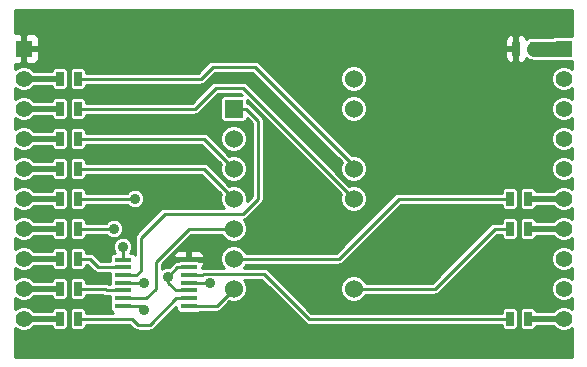
<source format=gtl>
G04 (created by PCBNEW-RS274X (2012-01-19 BZR 3256)-stable) date 1/26/2013 3:19:43 PM*
G01*
G70*
G90*
%MOIN*%
G04 Gerber Fmt 3.4, Leading zero omitted, Abs format*
%FSLAX34Y34*%
G04 APERTURE LIST*
%ADD10C,0.006000*%
%ADD11R,0.055000X0.017000*%
%ADD12R,0.025000X0.045000*%
%ADD13R,0.055000X0.055000*%
%ADD14C,0.055000*%
%ADD15R,0.060000X0.060000*%
%ADD16C,0.060000*%
%ADD17C,0.035000*%
%ADD18C,0.020000*%
%ADD19C,0.010000*%
%ADD20C,0.050000*%
G04 APERTURE END LIST*
G54D10*
G54D11*
X43300Y-52540D03*
X43300Y-52790D03*
X43300Y-53050D03*
X43300Y-53300D03*
X43300Y-53560D03*
X43300Y-53815D03*
X43300Y-54070D03*
X45500Y-54070D03*
X45500Y-53815D03*
X45500Y-53560D03*
X45500Y-53300D03*
X45500Y-53045D03*
X45500Y-52790D03*
X45500Y-52535D03*
G54D12*
X56200Y-50500D03*
X56800Y-50500D03*
X56200Y-51500D03*
X56800Y-51500D03*
X41800Y-51500D03*
X41200Y-51500D03*
X41800Y-50500D03*
X41200Y-50500D03*
X41800Y-49500D03*
X41200Y-49500D03*
X41800Y-48500D03*
X41200Y-48500D03*
X41800Y-47500D03*
X41200Y-47500D03*
X41800Y-46500D03*
X41200Y-46500D03*
X56800Y-54500D03*
X56200Y-54500D03*
X41800Y-54500D03*
X41200Y-54500D03*
X41800Y-53500D03*
X41200Y-53500D03*
X41800Y-52500D03*
X41200Y-52500D03*
X56400Y-45500D03*
X57000Y-45500D03*
G54D13*
X58000Y-45500D03*
G54D14*
X58000Y-46500D03*
X58000Y-47500D03*
X58000Y-48500D03*
X58000Y-49500D03*
X58000Y-50500D03*
X58000Y-51500D03*
X58000Y-52500D03*
X58000Y-53500D03*
X58000Y-54500D03*
G54D13*
X40000Y-45500D03*
G54D14*
X40000Y-46500D03*
X40000Y-47500D03*
X40000Y-48500D03*
X40000Y-49500D03*
X40000Y-50500D03*
X40000Y-51500D03*
X40000Y-52500D03*
X40000Y-53500D03*
X40000Y-54500D03*
G54D15*
X47000Y-47500D03*
G54D16*
X47000Y-48500D03*
X47000Y-50500D03*
X47000Y-52500D03*
X47000Y-53500D03*
X51000Y-53500D03*
X51000Y-49500D03*
X51000Y-47500D03*
X47000Y-49500D03*
X47000Y-51500D03*
X51000Y-46500D03*
X51000Y-50500D03*
G54D17*
X44000Y-53300D03*
X43300Y-52100D03*
X44000Y-54200D03*
X44800Y-53100D03*
X43700Y-50500D03*
X46200Y-53300D03*
X43000Y-51500D03*
G54D18*
X40000Y-46500D02*
X41200Y-46500D01*
X40000Y-47500D02*
X41200Y-47500D01*
X40000Y-48500D02*
X41200Y-48500D01*
X40000Y-49500D02*
X41200Y-49500D01*
X56800Y-50500D02*
X58000Y-50500D01*
X40000Y-50500D02*
X41200Y-50500D01*
X40000Y-51500D02*
X41200Y-51500D01*
X58000Y-51500D02*
X56800Y-51500D01*
G54D19*
X45500Y-53560D02*
X45060Y-53560D01*
X43300Y-54070D02*
X43870Y-54070D01*
X43300Y-52540D02*
X43300Y-52100D01*
G54D20*
X58000Y-45500D02*
X57000Y-45500D01*
G54D19*
X43300Y-53300D02*
X44000Y-53300D01*
X43870Y-54070D02*
X44000Y-54200D01*
X45110Y-52790D02*
X44800Y-53100D01*
X45110Y-52790D02*
X45500Y-52790D01*
X44800Y-53300D02*
X44800Y-53100D01*
X45060Y-53560D02*
X44800Y-53300D01*
X42200Y-52500D02*
X41800Y-52500D01*
X42490Y-52790D02*
X42200Y-52500D01*
X43300Y-52790D02*
X42490Y-52790D01*
X42760Y-53560D02*
X43300Y-53560D01*
X41800Y-53500D02*
X42700Y-53500D01*
X42700Y-53500D02*
X42760Y-53560D01*
X41800Y-54500D02*
X43600Y-54500D01*
X45500Y-53815D02*
X45085Y-53815D01*
X43600Y-54500D02*
X43800Y-54700D01*
X43800Y-54700D02*
X44200Y-54700D01*
X44200Y-54700D02*
X45085Y-53815D01*
G54D18*
X56800Y-54500D02*
X58000Y-54500D01*
G54D19*
X51000Y-49400D02*
X50600Y-49000D01*
X47700Y-46100D02*
X50600Y-49000D01*
X45900Y-46500D02*
X41800Y-46500D01*
X45900Y-46500D02*
X46300Y-46100D01*
X51000Y-49500D02*
X51000Y-49400D01*
X46300Y-46100D02*
X47700Y-46100D01*
X41800Y-48500D02*
X46000Y-48500D01*
X47000Y-49500D02*
X46000Y-48500D01*
X43700Y-50500D02*
X41800Y-50500D01*
X51000Y-53500D02*
X53700Y-53500D01*
X55700Y-51500D02*
X56200Y-51500D01*
X53700Y-53500D02*
X55700Y-51500D01*
X45500Y-53300D02*
X46200Y-53300D01*
X45955Y-53045D02*
X45500Y-53045D01*
X48000Y-53000D02*
X48300Y-53300D01*
X46000Y-53000D02*
X48000Y-53000D01*
X45955Y-53045D02*
X46000Y-53000D01*
X48300Y-53300D02*
X49500Y-54500D01*
X56200Y-54500D02*
X49500Y-54500D01*
X46030Y-54070D02*
X45500Y-54070D01*
X46430Y-54070D02*
X46030Y-54070D01*
X47000Y-53500D02*
X46430Y-54070D01*
X44400Y-53500D02*
X44085Y-53815D01*
X44400Y-52600D02*
X44400Y-53500D01*
X47000Y-51500D02*
X45500Y-51500D01*
X44085Y-53815D02*
X43300Y-53815D01*
X44600Y-52400D02*
X44400Y-52600D01*
X45500Y-51500D02*
X44600Y-52400D01*
X47400Y-47500D02*
X47800Y-47900D01*
X43300Y-53050D02*
X43750Y-53050D01*
X43900Y-52900D02*
X43750Y-53050D01*
X44700Y-51000D02*
X47300Y-51000D01*
X47300Y-51000D02*
X47800Y-50500D01*
X47800Y-50500D02*
X47800Y-50100D01*
X47000Y-47500D02*
X47400Y-47500D01*
X44700Y-51000D02*
X43900Y-51800D01*
X47800Y-47900D02*
X47800Y-50100D01*
X43900Y-51800D02*
X43900Y-52900D01*
X43000Y-51500D02*
X41800Y-51500D01*
X41800Y-49500D02*
X46000Y-49500D01*
X47000Y-50500D02*
X46000Y-49500D01*
X46400Y-46800D02*
X47300Y-46800D01*
X45700Y-47500D02*
X46400Y-46800D01*
X41800Y-47500D02*
X45700Y-47500D01*
X47300Y-46800D02*
X51000Y-50500D01*
G54D18*
X40000Y-52500D02*
X41200Y-52500D01*
X40000Y-53500D02*
X41200Y-53500D01*
X40000Y-54500D02*
X41200Y-54500D01*
G54D19*
X56200Y-50500D02*
X52500Y-50500D01*
X52500Y-50500D02*
X50500Y-52500D01*
X50500Y-52500D02*
X47000Y-52500D01*
G54D10*
G36*
X58275Y-55775D02*
X56474Y-55775D01*
X56474Y-54754D01*
X56474Y-54695D01*
X56474Y-54245D01*
X56474Y-51754D01*
X56474Y-51695D01*
X56474Y-51245D01*
X56451Y-51190D01*
X56409Y-51148D01*
X56354Y-51126D01*
X56295Y-51126D01*
X56045Y-51126D01*
X55990Y-51149D01*
X55948Y-51191D01*
X55926Y-51246D01*
X55926Y-51300D01*
X55700Y-51300D01*
X55623Y-51315D01*
X55558Y-51359D01*
X53617Y-53300D01*
X51403Y-53300D01*
X51381Y-53246D01*
X51255Y-53120D01*
X51090Y-53051D01*
X50911Y-53051D01*
X50746Y-53119D01*
X50620Y-53245D01*
X50551Y-53410D01*
X50551Y-53589D01*
X50619Y-53754D01*
X50745Y-53880D01*
X50910Y-53949D01*
X51089Y-53949D01*
X51254Y-53881D01*
X51380Y-53755D01*
X51403Y-53700D01*
X53700Y-53700D01*
X53700Y-53699D01*
X53776Y-53685D01*
X53777Y-53685D01*
X53841Y-53641D01*
X55782Y-51700D01*
X55926Y-51700D01*
X55926Y-51755D01*
X55949Y-51810D01*
X55991Y-51852D01*
X56046Y-51874D01*
X56105Y-51874D01*
X56355Y-51874D01*
X56410Y-51851D01*
X56452Y-51809D01*
X56474Y-51754D01*
X56474Y-54245D01*
X56451Y-54190D01*
X56409Y-54148D01*
X56354Y-54126D01*
X56295Y-54126D01*
X56045Y-54126D01*
X55990Y-54149D01*
X55948Y-54191D01*
X55926Y-54246D01*
X55926Y-54300D01*
X49582Y-54300D01*
X48443Y-53161D01*
X48441Y-53159D01*
X48441Y-53158D01*
X48141Y-52859D01*
X48077Y-52815D01*
X48000Y-52800D01*
X47335Y-52800D01*
X47380Y-52755D01*
X47403Y-52700D01*
X50500Y-52700D01*
X50500Y-52699D01*
X50576Y-52685D01*
X50577Y-52685D01*
X50641Y-52641D01*
X52582Y-50700D01*
X55926Y-50700D01*
X55926Y-50755D01*
X55949Y-50810D01*
X55991Y-50852D01*
X56046Y-50874D01*
X56105Y-50874D01*
X56355Y-50874D01*
X56410Y-50851D01*
X56452Y-50809D01*
X56474Y-50754D01*
X56474Y-50695D01*
X56474Y-50245D01*
X56451Y-50190D01*
X56409Y-50148D01*
X56354Y-50126D01*
X56350Y-50126D01*
X56350Y-45913D01*
X56350Y-45550D01*
X56350Y-45450D01*
X56350Y-45087D01*
X56288Y-45025D01*
X56226Y-45026D01*
X56134Y-45064D01*
X56064Y-45134D01*
X56026Y-45225D01*
X56026Y-45324D01*
X56025Y-45388D01*
X56087Y-45450D01*
X56350Y-45450D01*
X56350Y-45550D01*
X56087Y-45550D01*
X56025Y-45612D01*
X56026Y-45676D01*
X56026Y-45775D01*
X56064Y-45866D01*
X56134Y-45936D01*
X56226Y-45974D01*
X56288Y-45975D01*
X56350Y-45913D01*
X56350Y-50126D01*
X56295Y-50126D01*
X56045Y-50126D01*
X55990Y-50149D01*
X55948Y-50191D01*
X55926Y-50246D01*
X55926Y-50300D01*
X52500Y-50300D01*
X52423Y-50315D01*
X52358Y-50359D01*
X50417Y-52300D01*
X47403Y-52300D01*
X47381Y-52246D01*
X47255Y-52120D01*
X47090Y-52051D01*
X46911Y-52051D01*
X46746Y-52119D01*
X46620Y-52245D01*
X46551Y-52410D01*
X46551Y-52589D01*
X46619Y-52754D01*
X46665Y-52800D01*
X46000Y-52800D01*
X45934Y-52812D01*
X45986Y-52761D01*
X46024Y-52669D01*
X46025Y-52639D01*
X46025Y-52431D01*
X46024Y-52401D01*
X45986Y-52309D01*
X45916Y-52239D01*
X45825Y-52201D01*
X45726Y-52201D01*
X45612Y-52200D01*
X45550Y-52262D01*
X45550Y-52493D01*
X45963Y-52493D01*
X46025Y-52431D01*
X46025Y-52639D01*
X45963Y-52577D01*
X45856Y-52577D01*
X45804Y-52556D01*
X45745Y-52556D01*
X45450Y-52556D01*
X45450Y-52493D01*
X45450Y-52262D01*
X45388Y-52200D01*
X45274Y-52201D01*
X45175Y-52201D01*
X45084Y-52239D01*
X45014Y-52309D01*
X44976Y-52401D01*
X44975Y-52431D01*
X45037Y-52493D01*
X45450Y-52493D01*
X45450Y-52556D01*
X45195Y-52556D01*
X45144Y-52577D01*
X45037Y-52577D01*
X44975Y-52639D01*
X44975Y-52644D01*
X44968Y-52649D01*
X44842Y-52775D01*
X44736Y-52775D01*
X44616Y-52824D01*
X44600Y-52840D01*
X44600Y-52682D01*
X44741Y-52542D01*
X44741Y-52541D01*
X44743Y-52538D01*
X45582Y-51700D01*
X46596Y-51700D01*
X46619Y-51754D01*
X46745Y-51880D01*
X46910Y-51949D01*
X47089Y-51949D01*
X47254Y-51881D01*
X47380Y-51755D01*
X47449Y-51590D01*
X47449Y-51411D01*
X47381Y-51246D01*
X47329Y-51194D01*
X47376Y-51185D01*
X47377Y-51185D01*
X47441Y-51141D01*
X47941Y-50641D01*
X47985Y-50577D01*
X47985Y-50576D01*
X47999Y-50500D01*
X48000Y-50500D01*
X48000Y-50100D01*
X48000Y-47900D01*
X47985Y-47823D01*
X47941Y-47759D01*
X47941Y-47758D01*
X47541Y-47359D01*
X47477Y-47315D01*
X47449Y-47309D01*
X47449Y-47231D01*
X50573Y-50356D01*
X50551Y-50410D01*
X50551Y-50589D01*
X50619Y-50754D01*
X50745Y-50880D01*
X50910Y-50949D01*
X51089Y-50949D01*
X51254Y-50881D01*
X51380Y-50755D01*
X51449Y-50590D01*
X51449Y-50411D01*
X51449Y-49590D01*
X51449Y-49411D01*
X51449Y-47590D01*
X51449Y-47411D01*
X51449Y-46590D01*
X51449Y-46411D01*
X51381Y-46246D01*
X51255Y-46120D01*
X51090Y-46051D01*
X50911Y-46051D01*
X50746Y-46119D01*
X50620Y-46245D01*
X50551Y-46410D01*
X50551Y-46589D01*
X50619Y-46754D01*
X50745Y-46880D01*
X50910Y-46949D01*
X51089Y-46949D01*
X51254Y-46881D01*
X51380Y-46755D01*
X51449Y-46590D01*
X51449Y-47411D01*
X51381Y-47246D01*
X51255Y-47120D01*
X51090Y-47051D01*
X50911Y-47051D01*
X50746Y-47119D01*
X50620Y-47245D01*
X50551Y-47410D01*
X50551Y-47589D01*
X50619Y-47754D01*
X50745Y-47880D01*
X50910Y-47949D01*
X51089Y-47949D01*
X51254Y-47881D01*
X51380Y-47755D01*
X51449Y-47590D01*
X51449Y-49411D01*
X51381Y-49246D01*
X51255Y-49120D01*
X51090Y-49051D01*
X50933Y-49051D01*
X50743Y-48861D01*
X50741Y-48859D01*
X50741Y-48858D01*
X47841Y-45959D01*
X47777Y-45915D01*
X47700Y-45900D01*
X46300Y-45900D01*
X46223Y-45915D01*
X46158Y-45959D01*
X45817Y-46300D01*
X42074Y-46300D01*
X42074Y-46245D01*
X42051Y-46190D01*
X42009Y-46148D01*
X41954Y-46126D01*
X41895Y-46126D01*
X41645Y-46126D01*
X41590Y-46149D01*
X41548Y-46191D01*
X41526Y-46246D01*
X41526Y-46305D01*
X41526Y-46755D01*
X41549Y-46810D01*
X41591Y-46852D01*
X41646Y-46874D01*
X41705Y-46874D01*
X41955Y-46874D01*
X42010Y-46851D01*
X42052Y-46809D01*
X42074Y-46754D01*
X42074Y-46700D01*
X45900Y-46700D01*
X45900Y-46699D01*
X45976Y-46685D01*
X45977Y-46685D01*
X46041Y-46641D01*
X46382Y-46300D01*
X47617Y-46300D01*
X50458Y-49141D01*
X50459Y-49141D01*
X50461Y-49143D01*
X50603Y-49285D01*
X50551Y-49410D01*
X50551Y-49589D01*
X50619Y-49754D01*
X50745Y-49880D01*
X50910Y-49949D01*
X51089Y-49949D01*
X51254Y-49881D01*
X51380Y-49755D01*
X51449Y-49590D01*
X51449Y-50411D01*
X51381Y-50246D01*
X51255Y-50120D01*
X51090Y-50051D01*
X50911Y-50051D01*
X50856Y-50073D01*
X47441Y-46659D01*
X47377Y-46615D01*
X47300Y-46600D01*
X46400Y-46600D01*
X46323Y-46615D01*
X46258Y-46659D01*
X45617Y-47300D01*
X42074Y-47300D01*
X42074Y-47245D01*
X42051Y-47190D01*
X42009Y-47148D01*
X41954Y-47126D01*
X41895Y-47126D01*
X41645Y-47126D01*
X41590Y-47149D01*
X41548Y-47191D01*
X41526Y-47246D01*
X41526Y-47305D01*
X41526Y-47755D01*
X41549Y-47810D01*
X41591Y-47852D01*
X41646Y-47874D01*
X41705Y-47874D01*
X41955Y-47874D01*
X42010Y-47851D01*
X42052Y-47809D01*
X42074Y-47754D01*
X42074Y-47700D01*
X45700Y-47700D01*
X45700Y-47699D01*
X45776Y-47685D01*
X45777Y-47685D01*
X45841Y-47641D01*
X46482Y-47000D01*
X47217Y-47000D01*
X47268Y-47051D01*
X46670Y-47051D01*
X46615Y-47074D01*
X46573Y-47116D01*
X46551Y-47171D01*
X46551Y-47230D01*
X46551Y-47830D01*
X46574Y-47885D01*
X46616Y-47927D01*
X46671Y-47949D01*
X46730Y-47949D01*
X47330Y-47949D01*
X47385Y-47926D01*
X47427Y-47884D01*
X47448Y-47830D01*
X47600Y-47982D01*
X47600Y-50100D01*
X47600Y-50418D01*
X47449Y-50569D01*
X47449Y-50411D01*
X47449Y-49590D01*
X47449Y-49411D01*
X47449Y-48590D01*
X47449Y-48411D01*
X47381Y-48246D01*
X47255Y-48120D01*
X47090Y-48051D01*
X46911Y-48051D01*
X46746Y-48119D01*
X46620Y-48245D01*
X46551Y-48410D01*
X46551Y-48589D01*
X46619Y-48754D01*
X46745Y-48880D01*
X46910Y-48949D01*
X47089Y-48949D01*
X47254Y-48881D01*
X47380Y-48755D01*
X47449Y-48590D01*
X47449Y-49411D01*
X47381Y-49246D01*
X47255Y-49120D01*
X47090Y-49051D01*
X46911Y-49051D01*
X46856Y-49073D01*
X46141Y-48359D01*
X46077Y-48315D01*
X46000Y-48300D01*
X42074Y-48300D01*
X42074Y-48245D01*
X42051Y-48190D01*
X42009Y-48148D01*
X41954Y-48126D01*
X41895Y-48126D01*
X41645Y-48126D01*
X41590Y-48149D01*
X41548Y-48191D01*
X41526Y-48246D01*
X41526Y-48305D01*
X41526Y-48755D01*
X41549Y-48810D01*
X41591Y-48852D01*
X41646Y-48874D01*
X41705Y-48874D01*
X41955Y-48874D01*
X42010Y-48851D01*
X42052Y-48809D01*
X42074Y-48754D01*
X42074Y-48700D01*
X45917Y-48700D01*
X46573Y-49356D01*
X46551Y-49410D01*
X46551Y-49589D01*
X46619Y-49754D01*
X46745Y-49880D01*
X46910Y-49949D01*
X47089Y-49949D01*
X47254Y-49881D01*
X47380Y-49755D01*
X47449Y-49590D01*
X47449Y-50411D01*
X47381Y-50246D01*
X47255Y-50120D01*
X47090Y-50051D01*
X46911Y-50051D01*
X46856Y-50073D01*
X46141Y-49359D01*
X46077Y-49315D01*
X46000Y-49300D01*
X42074Y-49300D01*
X42074Y-49245D01*
X42051Y-49190D01*
X42009Y-49148D01*
X41954Y-49126D01*
X41895Y-49126D01*
X41645Y-49126D01*
X41590Y-49149D01*
X41548Y-49191D01*
X41526Y-49246D01*
X41526Y-49305D01*
X41526Y-49755D01*
X41549Y-49810D01*
X41591Y-49852D01*
X41646Y-49874D01*
X41705Y-49874D01*
X41955Y-49874D01*
X42010Y-49851D01*
X42052Y-49809D01*
X42074Y-49754D01*
X42074Y-49700D01*
X45917Y-49700D01*
X46573Y-50356D01*
X46551Y-50410D01*
X46551Y-50589D01*
X46619Y-50754D01*
X46665Y-50800D01*
X44700Y-50800D01*
X44623Y-50815D01*
X44558Y-50859D01*
X44025Y-51392D01*
X44025Y-50565D01*
X44025Y-50436D01*
X43976Y-50316D01*
X43885Y-50225D01*
X43765Y-50175D01*
X43636Y-50175D01*
X43516Y-50224D01*
X43440Y-50300D01*
X42074Y-50300D01*
X42074Y-50245D01*
X42051Y-50190D01*
X42009Y-50148D01*
X41954Y-50126D01*
X41895Y-50126D01*
X41645Y-50126D01*
X41590Y-50149D01*
X41548Y-50191D01*
X41526Y-50246D01*
X41526Y-50305D01*
X41526Y-50755D01*
X41549Y-50810D01*
X41591Y-50852D01*
X41646Y-50874D01*
X41705Y-50874D01*
X41955Y-50874D01*
X42010Y-50851D01*
X42052Y-50809D01*
X42074Y-50754D01*
X42074Y-50700D01*
X43440Y-50700D01*
X43515Y-50775D01*
X43635Y-50825D01*
X43764Y-50825D01*
X43884Y-50776D01*
X43975Y-50685D01*
X44025Y-50565D01*
X44025Y-51392D01*
X43759Y-51659D01*
X43715Y-51723D01*
X43700Y-51800D01*
X43700Y-52369D01*
X43659Y-52328D01*
X43604Y-52306D01*
X43554Y-52306D01*
X43575Y-52285D01*
X43625Y-52165D01*
X43625Y-52036D01*
X43576Y-51916D01*
X43485Y-51825D01*
X43365Y-51775D01*
X43325Y-51775D01*
X43325Y-51565D01*
X43325Y-51436D01*
X43276Y-51316D01*
X43185Y-51225D01*
X43065Y-51175D01*
X42936Y-51175D01*
X42816Y-51224D01*
X42740Y-51300D01*
X42074Y-51300D01*
X42074Y-51245D01*
X42051Y-51190D01*
X42009Y-51148D01*
X41954Y-51126D01*
X41895Y-51126D01*
X41645Y-51126D01*
X41590Y-51149D01*
X41548Y-51191D01*
X41526Y-51246D01*
X41526Y-51305D01*
X41526Y-51755D01*
X41549Y-51810D01*
X41591Y-51852D01*
X41646Y-51874D01*
X41705Y-51874D01*
X41955Y-51874D01*
X42010Y-51851D01*
X42052Y-51809D01*
X42074Y-51754D01*
X42074Y-51700D01*
X42740Y-51700D01*
X42815Y-51775D01*
X42935Y-51825D01*
X43064Y-51825D01*
X43184Y-51776D01*
X43275Y-51685D01*
X43325Y-51565D01*
X43325Y-51775D01*
X43236Y-51775D01*
X43116Y-51824D01*
X43025Y-51915D01*
X42975Y-52035D01*
X42975Y-52164D01*
X43024Y-52284D01*
X43046Y-52306D01*
X42995Y-52306D01*
X42940Y-52329D01*
X42898Y-52371D01*
X42876Y-52426D01*
X42876Y-52485D01*
X42876Y-52590D01*
X42572Y-52590D01*
X42341Y-52359D01*
X42277Y-52315D01*
X42200Y-52300D01*
X42074Y-52300D01*
X42074Y-52245D01*
X42051Y-52190D01*
X42009Y-52148D01*
X41954Y-52126D01*
X41895Y-52126D01*
X41645Y-52126D01*
X41590Y-52149D01*
X41548Y-52191D01*
X41526Y-52246D01*
X41526Y-52305D01*
X41526Y-52755D01*
X41549Y-52810D01*
X41591Y-52852D01*
X41646Y-52874D01*
X41705Y-52874D01*
X41955Y-52874D01*
X42010Y-52851D01*
X42052Y-52809D01*
X42074Y-52754D01*
X42074Y-52700D01*
X42117Y-52700D01*
X42348Y-52931D01*
X42349Y-52931D01*
X42381Y-52953D01*
X42413Y-52975D01*
X42414Y-52975D01*
X42490Y-52990D01*
X42876Y-52990D01*
X42876Y-52995D01*
X42876Y-53165D01*
X42880Y-53175D01*
X42876Y-53186D01*
X42876Y-53245D01*
X42876Y-53360D01*
X42842Y-53360D01*
X42841Y-53359D01*
X42777Y-53315D01*
X42700Y-53300D01*
X42074Y-53300D01*
X42074Y-53245D01*
X42051Y-53190D01*
X42009Y-53148D01*
X41954Y-53126D01*
X41895Y-53126D01*
X41645Y-53126D01*
X41590Y-53149D01*
X41548Y-53191D01*
X41526Y-53246D01*
X41526Y-53305D01*
X41526Y-53755D01*
X41549Y-53810D01*
X41591Y-53852D01*
X41646Y-53874D01*
X41705Y-53874D01*
X41955Y-53874D01*
X42010Y-53851D01*
X42052Y-53809D01*
X42074Y-53754D01*
X42074Y-53700D01*
X42617Y-53700D01*
X42618Y-53701D01*
X42619Y-53701D01*
X42683Y-53745D01*
X42759Y-53759D01*
X42760Y-53760D01*
X42876Y-53760D01*
X42876Y-53930D01*
X42881Y-53942D01*
X42876Y-53956D01*
X42876Y-54015D01*
X42876Y-54185D01*
X42899Y-54240D01*
X42941Y-54282D01*
X42986Y-54300D01*
X42074Y-54300D01*
X42074Y-54245D01*
X42051Y-54190D01*
X42009Y-54148D01*
X41954Y-54126D01*
X41895Y-54126D01*
X41645Y-54126D01*
X41590Y-54149D01*
X41548Y-54191D01*
X41526Y-54246D01*
X41526Y-54305D01*
X41526Y-54755D01*
X41549Y-54810D01*
X41591Y-54852D01*
X41646Y-54874D01*
X41705Y-54874D01*
X41955Y-54874D01*
X42010Y-54851D01*
X42052Y-54809D01*
X42074Y-54754D01*
X42074Y-54700D01*
X43517Y-54700D01*
X43658Y-54841D01*
X43659Y-54841D01*
X43723Y-54885D01*
X43799Y-54899D01*
X43800Y-54900D01*
X44200Y-54900D01*
X44200Y-54899D01*
X44276Y-54885D01*
X44277Y-54885D01*
X44341Y-54841D01*
X45076Y-54106D01*
X45076Y-54185D01*
X45099Y-54240D01*
X45141Y-54282D01*
X45196Y-54304D01*
X45255Y-54304D01*
X45805Y-54304D01*
X45860Y-54281D01*
X45871Y-54270D01*
X46030Y-54270D01*
X46430Y-54270D01*
X46430Y-54269D01*
X46506Y-54255D01*
X46507Y-54255D01*
X46571Y-54211D01*
X46855Y-53926D01*
X46910Y-53949D01*
X47089Y-53949D01*
X47254Y-53881D01*
X47380Y-53755D01*
X47449Y-53590D01*
X47449Y-53411D01*
X47381Y-53246D01*
X47335Y-53200D01*
X47917Y-53200D01*
X48158Y-53441D01*
X48159Y-53441D01*
X48161Y-53443D01*
X49359Y-54641D01*
X49423Y-54685D01*
X49424Y-54685D01*
X49500Y-54700D01*
X55926Y-54700D01*
X55926Y-54755D01*
X55949Y-54810D01*
X55991Y-54852D01*
X56046Y-54874D01*
X56105Y-54874D01*
X56355Y-54874D01*
X56410Y-54851D01*
X56452Y-54809D01*
X56474Y-54754D01*
X56474Y-55775D01*
X39725Y-55775D01*
X39725Y-54826D01*
X39759Y-54860D01*
X39915Y-54925D01*
X40084Y-54925D01*
X40240Y-54861D01*
X40351Y-54750D01*
X40926Y-54750D01*
X40926Y-54755D01*
X40949Y-54810D01*
X40991Y-54852D01*
X41046Y-54874D01*
X41105Y-54874D01*
X41355Y-54874D01*
X41410Y-54851D01*
X41452Y-54809D01*
X41474Y-54754D01*
X41474Y-54695D01*
X41474Y-54245D01*
X41451Y-54190D01*
X41409Y-54148D01*
X41354Y-54126D01*
X41295Y-54126D01*
X41045Y-54126D01*
X40990Y-54149D01*
X40948Y-54191D01*
X40926Y-54246D01*
X40926Y-54250D01*
X40351Y-54250D01*
X40241Y-54140D01*
X40085Y-54075D01*
X39916Y-54075D01*
X39760Y-54139D01*
X39725Y-54174D01*
X39725Y-53826D01*
X39759Y-53860D01*
X39915Y-53925D01*
X40084Y-53925D01*
X40240Y-53861D01*
X40351Y-53750D01*
X40926Y-53750D01*
X40926Y-53755D01*
X40949Y-53810D01*
X40991Y-53852D01*
X41046Y-53874D01*
X41105Y-53874D01*
X41355Y-53874D01*
X41410Y-53851D01*
X41452Y-53809D01*
X41474Y-53754D01*
X41474Y-53695D01*
X41474Y-53245D01*
X41451Y-53190D01*
X41409Y-53148D01*
X41354Y-53126D01*
X41295Y-53126D01*
X41045Y-53126D01*
X40990Y-53149D01*
X40948Y-53191D01*
X40926Y-53246D01*
X40926Y-53250D01*
X40351Y-53250D01*
X40241Y-53140D01*
X40085Y-53075D01*
X39916Y-53075D01*
X39760Y-53139D01*
X39725Y-53174D01*
X39725Y-52826D01*
X39759Y-52860D01*
X39915Y-52925D01*
X40084Y-52925D01*
X40240Y-52861D01*
X40351Y-52750D01*
X40926Y-52750D01*
X40926Y-52755D01*
X40949Y-52810D01*
X40991Y-52852D01*
X41046Y-52874D01*
X41105Y-52874D01*
X41355Y-52874D01*
X41410Y-52851D01*
X41452Y-52809D01*
X41474Y-52754D01*
X41474Y-52695D01*
X41474Y-52245D01*
X41451Y-52190D01*
X41409Y-52148D01*
X41354Y-52126D01*
X41295Y-52126D01*
X41045Y-52126D01*
X40990Y-52149D01*
X40948Y-52191D01*
X40926Y-52246D01*
X40926Y-52250D01*
X40351Y-52250D01*
X40241Y-52140D01*
X40085Y-52075D01*
X39916Y-52075D01*
X39760Y-52139D01*
X39725Y-52174D01*
X39725Y-51826D01*
X39759Y-51860D01*
X39915Y-51925D01*
X40084Y-51925D01*
X40240Y-51861D01*
X40351Y-51750D01*
X40926Y-51750D01*
X40926Y-51755D01*
X40949Y-51810D01*
X40991Y-51852D01*
X41046Y-51874D01*
X41105Y-51874D01*
X41355Y-51874D01*
X41410Y-51851D01*
X41452Y-51809D01*
X41474Y-51754D01*
X41474Y-51695D01*
X41474Y-51245D01*
X41451Y-51190D01*
X41409Y-51148D01*
X41354Y-51126D01*
X41295Y-51126D01*
X41045Y-51126D01*
X40990Y-51149D01*
X40948Y-51191D01*
X40926Y-51246D01*
X40926Y-51250D01*
X40351Y-51250D01*
X40241Y-51140D01*
X40085Y-51075D01*
X39916Y-51075D01*
X39760Y-51139D01*
X39725Y-51174D01*
X39725Y-50826D01*
X39759Y-50860D01*
X39915Y-50925D01*
X40084Y-50925D01*
X40240Y-50861D01*
X40351Y-50750D01*
X40926Y-50750D01*
X40926Y-50755D01*
X40949Y-50810D01*
X40991Y-50852D01*
X41046Y-50874D01*
X41105Y-50874D01*
X41355Y-50874D01*
X41410Y-50851D01*
X41452Y-50809D01*
X41474Y-50754D01*
X41474Y-50695D01*
X41474Y-50245D01*
X41451Y-50190D01*
X41409Y-50148D01*
X41354Y-50126D01*
X41295Y-50126D01*
X41045Y-50126D01*
X40990Y-50149D01*
X40948Y-50191D01*
X40926Y-50246D01*
X40926Y-50250D01*
X40351Y-50250D01*
X40241Y-50140D01*
X40085Y-50075D01*
X39916Y-50075D01*
X39760Y-50139D01*
X39725Y-50174D01*
X39725Y-49826D01*
X39759Y-49860D01*
X39915Y-49925D01*
X40084Y-49925D01*
X40240Y-49861D01*
X40351Y-49750D01*
X40926Y-49750D01*
X40926Y-49755D01*
X40949Y-49810D01*
X40991Y-49852D01*
X41046Y-49874D01*
X41105Y-49874D01*
X41355Y-49874D01*
X41410Y-49851D01*
X41452Y-49809D01*
X41474Y-49754D01*
X41474Y-49695D01*
X41474Y-49245D01*
X41451Y-49190D01*
X41409Y-49148D01*
X41354Y-49126D01*
X41295Y-49126D01*
X41045Y-49126D01*
X40990Y-49149D01*
X40948Y-49191D01*
X40926Y-49246D01*
X40926Y-49250D01*
X40351Y-49250D01*
X40241Y-49140D01*
X40085Y-49075D01*
X39916Y-49075D01*
X39760Y-49139D01*
X39725Y-49174D01*
X39725Y-48826D01*
X39759Y-48860D01*
X39915Y-48925D01*
X40084Y-48925D01*
X40240Y-48861D01*
X40351Y-48750D01*
X40926Y-48750D01*
X40926Y-48755D01*
X40949Y-48810D01*
X40991Y-48852D01*
X41046Y-48874D01*
X41105Y-48874D01*
X41355Y-48874D01*
X41410Y-48851D01*
X41452Y-48809D01*
X41474Y-48754D01*
X41474Y-48695D01*
X41474Y-48245D01*
X41451Y-48190D01*
X41409Y-48148D01*
X41354Y-48126D01*
X41295Y-48126D01*
X41045Y-48126D01*
X40990Y-48149D01*
X40948Y-48191D01*
X40926Y-48246D01*
X40926Y-48250D01*
X40351Y-48250D01*
X40241Y-48140D01*
X40085Y-48075D01*
X39916Y-48075D01*
X39760Y-48139D01*
X39725Y-48174D01*
X39725Y-47826D01*
X39759Y-47860D01*
X39915Y-47925D01*
X40084Y-47925D01*
X40240Y-47861D01*
X40351Y-47750D01*
X40926Y-47750D01*
X40926Y-47755D01*
X40949Y-47810D01*
X40991Y-47852D01*
X41046Y-47874D01*
X41105Y-47874D01*
X41355Y-47874D01*
X41410Y-47851D01*
X41452Y-47809D01*
X41474Y-47754D01*
X41474Y-47695D01*
X41474Y-47245D01*
X41451Y-47190D01*
X41409Y-47148D01*
X41354Y-47126D01*
X41295Y-47126D01*
X41045Y-47126D01*
X40990Y-47149D01*
X40948Y-47191D01*
X40926Y-47246D01*
X40926Y-47250D01*
X40351Y-47250D01*
X40241Y-47140D01*
X40085Y-47075D01*
X39916Y-47075D01*
X39760Y-47139D01*
X39725Y-47174D01*
X39725Y-46826D01*
X39759Y-46860D01*
X39915Y-46925D01*
X40084Y-46925D01*
X40240Y-46861D01*
X40351Y-46750D01*
X40926Y-46750D01*
X40926Y-46755D01*
X40949Y-46810D01*
X40991Y-46852D01*
X41046Y-46874D01*
X41105Y-46874D01*
X41355Y-46874D01*
X41410Y-46851D01*
X41452Y-46809D01*
X41474Y-46754D01*
X41474Y-46695D01*
X41474Y-46245D01*
X41451Y-46190D01*
X41409Y-46148D01*
X41354Y-46126D01*
X41295Y-46126D01*
X41045Y-46126D01*
X40990Y-46149D01*
X40948Y-46191D01*
X40926Y-46246D01*
X40926Y-46250D01*
X40525Y-46250D01*
X40525Y-45612D01*
X40525Y-45388D01*
X40524Y-45176D01*
X40486Y-45084D01*
X40416Y-45014D01*
X40325Y-44976D01*
X40226Y-44976D01*
X40112Y-44975D01*
X40050Y-45037D01*
X40050Y-45450D01*
X40463Y-45450D01*
X40525Y-45388D01*
X40525Y-45612D01*
X40463Y-45550D01*
X40050Y-45550D01*
X40050Y-45963D01*
X40112Y-46025D01*
X40226Y-46024D01*
X40325Y-46024D01*
X40416Y-45986D01*
X40486Y-45916D01*
X40524Y-45824D01*
X40525Y-45612D01*
X40525Y-46250D01*
X40351Y-46250D01*
X40241Y-46140D01*
X40085Y-46075D01*
X39916Y-46075D01*
X39760Y-46139D01*
X39725Y-46174D01*
X39725Y-46024D01*
X39774Y-46024D01*
X39888Y-46025D01*
X39950Y-45963D01*
X39950Y-45600D01*
X39950Y-45550D01*
X39950Y-45450D01*
X39950Y-45400D01*
X39950Y-45037D01*
X39888Y-44975D01*
X39774Y-44976D01*
X39725Y-44976D01*
X39725Y-44225D01*
X58275Y-44225D01*
X58275Y-45076D01*
X58245Y-45076D01*
X57695Y-45076D01*
X57640Y-45099D01*
X57639Y-45100D01*
X57000Y-45100D01*
X56867Y-45126D01*
X56845Y-45126D01*
X56790Y-45149D01*
X56756Y-45182D01*
X56736Y-45134D01*
X56666Y-45064D01*
X56574Y-45026D01*
X56512Y-45025D01*
X56450Y-45087D01*
X56450Y-45400D01*
X56450Y-45450D01*
X56450Y-45550D01*
X56450Y-45600D01*
X56450Y-45913D01*
X56512Y-45975D01*
X56574Y-45974D01*
X56666Y-45936D01*
X56736Y-45866D01*
X56756Y-45817D01*
X56791Y-45852D01*
X56846Y-45874D01*
X56867Y-45874D01*
X57000Y-45900D01*
X57639Y-45900D01*
X57641Y-45902D01*
X57696Y-45924D01*
X57755Y-45924D01*
X58275Y-45924D01*
X58275Y-46174D01*
X58241Y-46140D01*
X58085Y-46075D01*
X57916Y-46075D01*
X57760Y-46139D01*
X57640Y-46259D01*
X57575Y-46415D01*
X57575Y-46584D01*
X57639Y-46740D01*
X57759Y-46860D01*
X57915Y-46925D01*
X58084Y-46925D01*
X58240Y-46861D01*
X58275Y-46826D01*
X58275Y-47174D01*
X58241Y-47140D01*
X58085Y-47075D01*
X57916Y-47075D01*
X57760Y-47139D01*
X57640Y-47259D01*
X57575Y-47415D01*
X57575Y-47584D01*
X57639Y-47740D01*
X57759Y-47860D01*
X57915Y-47925D01*
X58084Y-47925D01*
X58240Y-47861D01*
X58275Y-47826D01*
X58275Y-48174D01*
X58241Y-48140D01*
X58085Y-48075D01*
X57916Y-48075D01*
X57760Y-48139D01*
X57640Y-48259D01*
X57575Y-48415D01*
X57575Y-48584D01*
X57639Y-48740D01*
X57759Y-48860D01*
X57915Y-48925D01*
X58084Y-48925D01*
X58240Y-48861D01*
X58275Y-48826D01*
X58275Y-49174D01*
X58241Y-49140D01*
X58085Y-49075D01*
X57916Y-49075D01*
X57760Y-49139D01*
X57640Y-49259D01*
X57575Y-49415D01*
X57575Y-49584D01*
X57639Y-49740D01*
X57759Y-49860D01*
X57915Y-49925D01*
X58084Y-49925D01*
X58240Y-49861D01*
X58275Y-49826D01*
X58275Y-50174D01*
X58241Y-50140D01*
X58085Y-50075D01*
X57916Y-50075D01*
X57760Y-50139D01*
X57649Y-50250D01*
X57074Y-50250D01*
X57074Y-50245D01*
X57051Y-50190D01*
X57009Y-50148D01*
X56954Y-50126D01*
X56895Y-50126D01*
X56645Y-50126D01*
X56590Y-50149D01*
X56548Y-50191D01*
X56526Y-50246D01*
X56526Y-50305D01*
X56526Y-50755D01*
X56549Y-50810D01*
X56591Y-50852D01*
X56646Y-50874D01*
X56705Y-50874D01*
X56955Y-50874D01*
X57010Y-50851D01*
X57052Y-50809D01*
X57074Y-50754D01*
X57074Y-50750D01*
X57649Y-50750D01*
X57759Y-50860D01*
X57915Y-50925D01*
X58084Y-50925D01*
X58240Y-50861D01*
X58275Y-50826D01*
X58275Y-51174D01*
X58241Y-51140D01*
X58085Y-51075D01*
X57916Y-51075D01*
X57760Y-51139D01*
X57649Y-51250D01*
X57074Y-51250D01*
X57074Y-51245D01*
X57051Y-51190D01*
X57009Y-51148D01*
X56954Y-51126D01*
X56895Y-51126D01*
X56645Y-51126D01*
X56590Y-51149D01*
X56548Y-51191D01*
X56526Y-51246D01*
X56526Y-51305D01*
X56526Y-51755D01*
X56549Y-51810D01*
X56591Y-51852D01*
X56646Y-51874D01*
X56705Y-51874D01*
X56955Y-51874D01*
X57010Y-51851D01*
X57052Y-51809D01*
X57074Y-51754D01*
X57074Y-51750D01*
X57649Y-51750D01*
X57759Y-51860D01*
X57915Y-51925D01*
X58084Y-51925D01*
X58240Y-51861D01*
X58275Y-51826D01*
X58275Y-52174D01*
X58241Y-52140D01*
X58085Y-52075D01*
X57916Y-52075D01*
X57760Y-52139D01*
X57640Y-52259D01*
X57575Y-52415D01*
X57575Y-52584D01*
X57639Y-52740D01*
X57759Y-52860D01*
X57915Y-52925D01*
X58084Y-52925D01*
X58240Y-52861D01*
X58275Y-52826D01*
X58275Y-53174D01*
X58241Y-53140D01*
X58085Y-53075D01*
X57916Y-53075D01*
X57760Y-53139D01*
X57640Y-53259D01*
X57575Y-53415D01*
X57575Y-53584D01*
X57639Y-53740D01*
X57759Y-53860D01*
X57915Y-53925D01*
X58084Y-53925D01*
X58240Y-53861D01*
X58275Y-53826D01*
X58275Y-54174D01*
X58241Y-54140D01*
X58085Y-54075D01*
X57916Y-54075D01*
X57760Y-54139D01*
X57649Y-54250D01*
X57074Y-54250D01*
X57074Y-54245D01*
X57051Y-54190D01*
X57009Y-54148D01*
X56954Y-54126D01*
X56895Y-54126D01*
X56645Y-54126D01*
X56590Y-54149D01*
X56548Y-54191D01*
X56526Y-54246D01*
X56526Y-54305D01*
X56526Y-54755D01*
X56549Y-54810D01*
X56591Y-54852D01*
X56646Y-54874D01*
X56705Y-54874D01*
X56955Y-54874D01*
X57010Y-54851D01*
X57052Y-54809D01*
X57074Y-54754D01*
X57074Y-54750D01*
X57649Y-54750D01*
X57759Y-54860D01*
X57915Y-54925D01*
X58084Y-54925D01*
X58240Y-54861D01*
X58275Y-54826D01*
X58275Y-55775D01*
X58275Y-55775D01*
G37*
G54D19*
X58275Y-55775D02*
X56474Y-55775D01*
X56474Y-54754D01*
X56474Y-54695D01*
X56474Y-54245D01*
X56474Y-51754D01*
X56474Y-51695D01*
X56474Y-51245D01*
X56451Y-51190D01*
X56409Y-51148D01*
X56354Y-51126D01*
X56295Y-51126D01*
X56045Y-51126D01*
X55990Y-51149D01*
X55948Y-51191D01*
X55926Y-51246D01*
X55926Y-51300D01*
X55700Y-51300D01*
X55623Y-51315D01*
X55558Y-51359D01*
X53617Y-53300D01*
X51403Y-53300D01*
X51381Y-53246D01*
X51255Y-53120D01*
X51090Y-53051D01*
X50911Y-53051D01*
X50746Y-53119D01*
X50620Y-53245D01*
X50551Y-53410D01*
X50551Y-53589D01*
X50619Y-53754D01*
X50745Y-53880D01*
X50910Y-53949D01*
X51089Y-53949D01*
X51254Y-53881D01*
X51380Y-53755D01*
X51403Y-53700D01*
X53700Y-53700D01*
X53700Y-53699D01*
X53776Y-53685D01*
X53777Y-53685D01*
X53841Y-53641D01*
X55782Y-51700D01*
X55926Y-51700D01*
X55926Y-51755D01*
X55949Y-51810D01*
X55991Y-51852D01*
X56046Y-51874D01*
X56105Y-51874D01*
X56355Y-51874D01*
X56410Y-51851D01*
X56452Y-51809D01*
X56474Y-51754D01*
X56474Y-54245D01*
X56451Y-54190D01*
X56409Y-54148D01*
X56354Y-54126D01*
X56295Y-54126D01*
X56045Y-54126D01*
X55990Y-54149D01*
X55948Y-54191D01*
X55926Y-54246D01*
X55926Y-54300D01*
X49582Y-54300D01*
X48443Y-53161D01*
X48441Y-53159D01*
X48441Y-53158D01*
X48141Y-52859D01*
X48077Y-52815D01*
X48000Y-52800D01*
X47335Y-52800D01*
X47380Y-52755D01*
X47403Y-52700D01*
X50500Y-52700D01*
X50500Y-52699D01*
X50576Y-52685D01*
X50577Y-52685D01*
X50641Y-52641D01*
X52582Y-50700D01*
X55926Y-50700D01*
X55926Y-50755D01*
X55949Y-50810D01*
X55991Y-50852D01*
X56046Y-50874D01*
X56105Y-50874D01*
X56355Y-50874D01*
X56410Y-50851D01*
X56452Y-50809D01*
X56474Y-50754D01*
X56474Y-50695D01*
X56474Y-50245D01*
X56451Y-50190D01*
X56409Y-50148D01*
X56354Y-50126D01*
X56350Y-50126D01*
X56350Y-45913D01*
X56350Y-45550D01*
X56350Y-45450D01*
X56350Y-45087D01*
X56288Y-45025D01*
X56226Y-45026D01*
X56134Y-45064D01*
X56064Y-45134D01*
X56026Y-45225D01*
X56026Y-45324D01*
X56025Y-45388D01*
X56087Y-45450D01*
X56350Y-45450D01*
X56350Y-45550D01*
X56087Y-45550D01*
X56025Y-45612D01*
X56026Y-45676D01*
X56026Y-45775D01*
X56064Y-45866D01*
X56134Y-45936D01*
X56226Y-45974D01*
X56288Y-45975D01*
X56350Y-45913D01*
X56350Y-50126D01*
X56295Y-50126D01*
X56045Y-50126D01*
X55990Y-50149D01*
X55948Y-50191D01*
X55926Y-50246D01*
X55926Y-50300D01*
X52500Y-50300D01*
X52423Y-50315D01*
X52358Y-50359D01*
X50417Y-52300D01*
X47403Y-52300D01*
X47381Y-52246D01*
X47255Y-52120D01*
X47090Y-52051D01*
X46911Y-52051D01*
X46746Y-52119D01*
X46620Y-52245D01*
X46551Y-52410D01*
X46551Y-52589D01*
X46619Y-52754D01*
X46665Y-52800D01*
X46000Y-52800D01*
X45934Y-52812D01*
X45986Y-52761D01*
X46024Y-52669D01*
X46025Y-52639D01*
X46025Y-52431D01*
X46024Y-52401D01*
X45986Y-52309D01*
X45916Y-52239D01*
X45825Y-52201D01*
X45726Y-52201D01*
X45612Y-52200D01*
X45550Y-52262D01*
X45550Y-52493D01*
X45963Y-52493D01*
X46025Y-52431D01*
X46025Y-52639D01*
X45963Y-52577D01*
X45856Y-52577D01*
X45804Y-52556D01*
X45745Y-52556D01*
X45450Y-52556D01*
X45450Y-52493D01*
X45450Y-52262D01*
X45388Y-52200D01*
X45274Y-52201D01*
X45175Y-52201D01*
X45084Y-52239D01*
X45014Y-52309D01*
X44976Y-52401D01*
X44975Y-52431D01*
X45037Y-52493D01*
X45450Y-52493D01*
X45450Y-52556D01*
X45195Y-52556D01*
X45144Y-52577D01*
X45037Y-52577D01*
X44975Y-52639D01*
X44975Y-52644D01*
X44968Y-52649D01*
X44842Y-52775D01*
X44736Y-52775D01*
X44616Y-52824D01*
X44600Y-52840D01*
X44600Y-52682D01*
X44741Y-52542D01*
X44741Y-52541D01*
X44743Y-52538D01*
X45582Y-51700D01*
X46596Y-51700D01*
X46619Y-51754D01*
X46745Y-51880D01*
X46910Y-51949D01*
X47089Y-51949D01*
X47254Y-51881D01*
X47380Y-51755D01*
X47449Y-51590D01*
X47449Y-51411D01*
X47381Y-51246D01*
X47329Y-51194D01*
X47376Y-51185D01*
X47377Y-51185D01*
X47441Y-51141D01*
X47941Y-50641D01*
X47985Y-50577D01*
X47985Y-50576D01*
X47999Y-50500D01*
X48000Y-50500D01*
X48000Y-50100D01*
X48000Y-47900D01*
X47985Y-47823D01*
X47941Y-47759D01*
X47941Y-47758D01*
X47541Y-47359D01*
X47477Y-47315D01*
X47449Y-47309D01*
X47449Y-47231D01*
X50573Y-50356D01*
X50551Y-50410D01*
X50551Y-50589D01*
X50619Y-50754D01*
X50745Y-50880D01*
X50910Y-50949D01*
X51089Y-50949D01*
X51254Y-50881D01*
X51380Y-50755D01*
X51449Y-50590D01*
X51449Y-50411D01*
X51449Y-49590D01*
X51449Y-49411D01*
X51449Y-47590D01*
X51449Y-47411D01*
X51449Y-46590D01*
X51449Y-46411D01*
X51381Y-46246D01*
X51255Y-46120D01*
X51090Y-46051D01*
X50911Y-46051D01*
X50746Y-46119D01*
X50620Y-46245D01*
X50551Y-46410D01*
X50551Y-46589D01*
X50619Y-46754D01*
X50745Y-46880D01*
X50910Y-46949D01*
X51089Y-46949D01*
X51254Y-46881D01*
X51380Y-46755D01*
X51449Y-46590D01*
X51449Y-47411D01*
X51381Y-47246D01*
X51255Y-47120D01*
X51090Y-47051D01*
X50911Y-47051D01*
X50746Y-47119D01*
X50620Y-47245D01*
X50551Y-47410D01*
X50551Y-47589D01*
X50619Y-47754D01*
X50745Y-47880D01*
X50910Y-47949D01*
X51089Y-47949D01*
X51254Y-47881D01*
X51380Y-47755D01*
X51449Y-47590D01*
X51449Y-49411D01*
X51381Y-49246D01*
X51255Y-49120D01*
X51090Y-49051D01*
X50933Y-49051D01*
X50743Y-48861D01*
X50741Y-48859D01*
X50741Y-48858D01*
X47841Y-45959D01*
X47777Y-45915D01*
X47700Y-45900D01*
X46300Y-45900D01*
X46223Y-45915D01*
X46158Y-45959D01*
X45817Y-46300D01*
X42074Y-46300D01*
X42074Y-46245D01*
X42051Y-46190D01*
X42009Y-46148D01*
X41954Y-46126D01*
X41895Y-46126D01*
X41645Y-46126D01*
X41590Y-46149D01*
X41548Y-46191D01*
X41526Y-46246D01*
X41526Y-46305D01*
X41526Y-46755D01*
X41549Y-46810D01*
X41591Y-46852D01*
X41646Y-46874D01*
X41705Y-46874D01*
X41955Y-46874D01*
X42010Y-46851D01*
X42052Y-46809D01*
X42074Y-46754D01*
X42074Y-46700D01*
X45900Y-46700D01*
X45900Y-46699D01*
X45976Y-46685D01*
X45977Y-46685D01*
X46041Y-46641D01*
X46382Y-46300D01*
X47617Y-46300D01*
X50458Y-49141D01*
X50459Y-49141D01*
X50461Y-49143D01*
X50603Y-49285D01*
X50551Y-49410D01*
X50551Y-49589D01*
X50619Y-49754D01*
X50745Y-49880D01*
X50910Y-49949D01*
X51089Y-49949D01*
X51254Y-49881D01*
X51380Y-49755D01*
X51449Y-49590D01*
X51449Y-50411D01*
X51381Y-50246D01*
X51255Y-50120D01*
X51090Y-50051D01*
X50911Y-50051D01*
X50856Y-50073D01*
X47441Y-46659D01*
X47377Y-46615D01*
X47300Y-46600D01*
X46400Y-46600D01*
X46323Y-46615D01*
X46258Y-46659D01*
X45617Y-47300D01*
X42074Y-47300D01*
X42074Y-47245D01*
X42051Y-47190D01*
X42009Y-47148D01*
X41954Y-47126D01*
X41895Y-47126D01*
X41645Y-47126D01*
X41590Y-47149D01*
X41548Y-47191D01*
X41526Y-47246D01*
X41526Y-47305D01*
X41526Y-47755D01*
X41549Y-47810D01*
X41591Y-47852D01*
X41646Y-47874D01*
X41705Y-47874D01*
X41955Y-47874D01*
X42010Y-47851D01*
X42052Y-47809D01*
X42074Y-47754D01*
X42074Y-47700D01*
X45700Y-47700D01*
X45700Y-47699D01*
X45776Y-47685D01*
X45777Y-47685D01*
X45841Y-47641D01*
X46482Y-47000D01*
X47217Y-47000D01*
X47268Y-47051D01*
X46670Y-47051D01*
X46615Y-47074D01*
X46573Y-47116D01*
X46551Y-47171D01*
X46551Y-47230D01*
X46551Y-47830D01*
X46574Y-47885D01*
X46616Y-47927D01*
X46671Y-47949D01*
X46730Y-47949D01*
X47330Y-47949D01*
X47385Y-47926D01*
X47427Y-47884D01*
X47448Y-47830D01*
X47600Y-47982D01*
X47600Y-50100D01*
X47600Y-50418D01*
X47449Y-50569D01*
X47449Y-50411D01*
X47449Y-49590D01*
X47449Y-49411D01*
X47449Y-48590D01*
X47449Y-48411D01*
X47381Y-48246D01*
X47255Y-48120D01*
X47090Y-48051D01*
X46911Y-48051D01*
X46746Y-48119D01*
X46620Y-48245D01*
X46551Y-48410D01*
X46551Y-48589D01*
X46619Y-48754D01*
X46745Y-48880D01*
X46910Y-48949D01*
X47089Y-48949D01*
X47254Y-48881D01*
X47380Y-48755D01*
X47449Y-48590D01*
X47449Y-49411D01*
X47381Y-49246D01*
X47255Y-49120D01*
X47090Y-49051D01*
X46911Y-49051D01*
X46856Y-49073D01*
X46141Y-48359D01*
X46077Y-48315D01*
X46000Y-48300D01*
X42074Y-48300D01*
X42074Y-48245D01*
X42051Y-48190D01*
X42009Y-48148D01*
X41954Y-48126D01*
X41895Y-48126D01*
X41645Y-48126D01*
X41590Y-48149D01*
X41548Y-48191D01*
X41526Y-48246D01*
X41526Y-48305D01*
X41526Y-48755D01*
X41549Y-48810D01*
X41591Y-48852D01*
X41646Y-48874D01*
X41705Y-48874D01*
X41955Y-48874D01*
X42010Y-48851D01*
X42052Y-48809D01*
X42074Y-48754D01*
X42074Y-48700D01*
X45917Y-48700D01*
X46573Y-49356D01*
X46551Y-49410D01*
X46551Y-49589D01*
X46619Y-49754D01*
X46745Y-49880D01*
X46910Y-49949D01*
X47089Y-49949D01*
X47254Y-49881D01*
X47380Y-49755D01*
X47449Y-49590D01*
X47449Y-50411D01*
X47381Y-50246D01*
X47255Y-50120D01*
X47090Y-50051D01*
X46911Y-50051D01*
X46856Y-50073D01*
X46141Y-49359D01*
X46077Y-49315D01*
X46000Y-49300D01*
X42074Y-49300D01*
X42074Y-49245D01*
X42051Y-49190D01*
X42009Y-49148D01*
X41954Y-49126D01*
X41895Y-49126D01*
X41645Y-49126D01*
X41590Y-49149D01*
X41548Y-49191D01*
X41526Y-49246D01*
X41526Y-49305D01*
X41526Y-49755D01*
X41549Y-49810D01*
X41591Y-49852D01*
X41646Y-49874D01*
X41705Y-49874D01*
X41955Y-49874D01*
X42010Y-49851D01*
X42052Y-49809D01*
X42074Y-49754D01*
X42074Y-49700D01*
X45917Y-49700D01*
X46573Y-50356D01*
X46551Y-50410D01*
X46551Y-50589D01*
X46619Y-50754D01*
X46665Y-50800D01*
X44700Y-50800D01*
X44623Y-50815D01*
X44558Y-50859D01*
X44025Y-51392D01*
X44025Y-50565D01*
X44025Y-50436D01*
X43976Y-50316D01*
X43885Y-50225D01*
X43765Y-50175D01*
X43636Y-50175D01*
X43516Y-50224D01*
X43440Y-50300D01*
X42074Y-50300D01*
X42074Y-50245D01*
X42051Y-50190D01*
X42009Y-50148D01*
X41954Y-50126D01*
X41895Y-50126D01*
X41645Y-50126D01*
X41590Y-50149D01*
X41548Y-50191D01*
X41526Y-50246D01*
X41526Y-50305D01*
X41526Y-50755D01*
X41549Y-50810D01*
X41591Y-50852D01*
X41646Y-50874D01*
X41705Y-50874D01*
X41955Y-50874D01*
X42010Y-50851D01*
X42052Y-50809D01*
X42074Y-50754D01*
X42074Y-50700D01*
X43440Y-50700D01*
X43515Y-50775D01*
X43635Y-50825D01*
X43764Y-50825D01*
X43884Y-50776D01*
X43975Y-50685D01*
X44025Y-50565D01*
X44025Y-51392D01*
X43759Y-51659D01*
X43715Y-51723D01*
X43700Y-51800D01*
X43700Y-52369D01*
X43659Y-52328D01*
X43604Y-52306D01*
X43554Y-52306D01*
X43575Y-52285D01*
X43625Y-52165D01*
X43625Y-52036D01*
X43576Y-51916D01*
X43485Y-51825D01*
X43365Y-51775D01*
X43325Y-51775D01*
X43325Y-51565D01*
X43325Y-51436D01*
X43276Y-51316D01*
X43185Y-51225D01*
X43065Y-51175D01*
X42936Y-51175D01*
X42816Y-51224D01*
X42740Y-51300D01*
X42074Y-51300D01*
X42074Y-51245D01*
X42051Y-51190D01*
X42009Y-51148D01*
X41954Y-51126D01*
X41895Y-51126D01*
X41645Y-51126D01*
X41590Y-51149D01*
X41548Y-51191D01*
X41526Y-51246D01*
X41526Y-51305D01*
X41526Y-51755D01*
X41549Y-51810D01*
X41591Y-51852D01*
X41646Y-51874D01*
X41705Y-51874D01*
X41955Y-51874D01*
X42010Y-51851D01*
X42052Y-51809D01*
X42074Y-51754D01*
X42074Y-51700D01*
X42740Y-51700D01*
X42815Y-51775D01*
X42935Y-51825D01*
X43064Y-51825D01*
X43184Y-51776D01*
X43275Y-51685D01*
X43325Y-51565D01*
X43325Y-51775D01*
X43236Y-51775D01*
X43116Y-51824D01*
X43025Y-51915D01*
X42975Y-52035D01*
X42975Y-52164D01*
X43024Y-52284D01*
X43046Y-52306D01*
X42995Y-52306D01*
X42940Y-52329D01*
X42898Y-52371D01*
X42876Y-52426D01*
X42876Y-52485D01*
X42876Y-52590D01*
X42572Y-52590D01*
X42341Y-52359D01*
X42277Y-52315D01*
X42200Y-52300D01*
X42074Y-52300D01*
X42074Y-52245D01*
X42051Y-52190D01*
X42009Y-52148D01*
X41954Y-52126D01*
X41895Y-52126D01*
X41645Y-52126D01*
X41590Y-52149D01*
X41548Y-52191D01*
X41526Y-52246D01*
X41526Y-52305D01*
X41526Y-52755D01*
X41549Y-52810D01*
X41591Y-52852D01*
X41646Y-52874D01*
X41705Y-52874D01*
X41955Y-52874D01*
X42010Y-52851D01*
X42052Y-52809D01*
X42074Y-52754D01*
X42074Y-52700D01*
X42117Y-52700D01*
X42348Y-52931D01*
X42349Y-52931D01*
X42381Y-52953D01*
X42413Y-52975D01*
X42414Y-52975D01*
X42490Y-52990D01*
X42876Y-52990D01*
X42876Y-52995D01*
X42876Y-53165D01*
X42880Y-53175D01*
X42876Y-53186D01*
X42876Y-53245D01*
X42876Y-53360D01*
X42842Y-53360D01*
X42841Y-53359D01*
X42777Y-53315D01*
X42700Y-53300D01*
X42074Y-53300D01*
X42074Y-53245D01*
X42051Y-53190D01*
X42009Y-53148D01*
X41954Y-53126D01*
X41895Y-53126D01*
X41645Y-53126D01*
X41590Y-53149D01*
X41548Y-53191D01*
X41526Y-53246D01*
X41526Y-53305D01*
X41526Y-53755D01*
X41549Y-53810D01*
X41591Y-53852D01*
X41646Y-53874D01*
X41705Y-53874D01*
X41955Y-53874D01*
X42010Y-53851D01*
X42052Y-53809D01*
X42074Y-53754D01*
X42074Y-53700D01*
X42617Y-53700D01*
X42618Y-53701D01*
X42619Y-53701D01*
X42683Y-53745D01*
X42759Y-53759D01*
X42760Y-53760D01*
X42876Y-53760D01*
X42876Y-53930D01*
X42881Y-53942D01*
X42876Y-53956D01*
X42876Y-54015D01*
X42876Y-54185D01*
X42899Y-54240D01*
X42941Y-54282D01*
X42986Y-54300D01*
X42074Y-54300D01*
X42074Y-54245D01*
X42051Y-54190D01*
X42009Y-54148D01*
X41954Y-54126D01*
X41895Y-54126D01*
X41645Y-54126D01*
X41590Y-54149D01*
X41548Y-54191D01*
X41526Y-54246D01*
X41526Y-54305D01*
X41526Y-54755D01*
X41549Y-54810D01*
X41591Y-54852D01*
X41646Y-54874D01*
X41705Y-54874D01*
X41955Y-54874D01*
X42010Y-54851D01*
X42052Y-54809D01*
X42074Y-54754D01*
X42074Y-54700D01*
X43517Y-54700D01*
X43658Y-54841D01*
X43659Y-54841D01*
X43723Y-54885D01*
X43799Y-54899D01*
X43800Y-54900D01*
X44200Y-54900D01*
X44200Y-54899D01*
X44276Y-54885D01*
X44277Y-54885D01*
X44341Y-54841D01*
X45076Y-54106D01*
X45076Y-54185D01*
X45099Y-54240D01*
X45141Y-54282D01*
X45196Y-54304D01*
X45255Y-54304D01*
X45805Y-54304D01*
X45860Y-54281D01*
X45871Y-54270D01*
X46030Y-54270D01*
X46430Y-54270D01*
X46430Y-54269D01*
X46506Y-54255D01*
X46507Y-54255D01*
X46571Y-54211D01*
X46855Y-53926D01*
X46910Y-53949D01*
X47089Y-53949D01*
X47254Y-53881D01*
X47380Y-53755D01*
X47449Y-53590D01*
X47449Y-53411D01*
X47381Y-53246D01*
X47335Y-53200D01*
X47917Y-53200D01*
X48158Y-53441D01*
X48159Y-53441D01*
X48161Y-53443D01*
X49359Y-54641D01*
X49423Y-54685D01*
X49424Y-54685D01*
X49500Y-54700D01*
X55926Y-54700D01*
X55926Y-54755D01*
X55949Y-54810D01*
X55991Y-54852D01*
X56046Y-54874D01*
X56105Y-54874D01*
X56355Y-54874D01*
X56410Y-54851D01*
X56452Y-54809D01*
X56474Y-54754D01*
X56474Y-55775D01*
X39725Y-55775D01*
X39725Y-54826D01*
X39759Y-54860D01*
X39915Y-54925D01*
X40084Y-54925D01*
X40240Y-54861D01*
X40351Y-54750D01*
X40926Y-54750D01*
X40926Y-54755D01*
X40949Y-54810D01*
X40991Y-54852D01*
X41046Y-54874D01*
X41105Y-54874D01*
X41355Y-54874D01*
X41410Y-54851D01*
X41452Y-54809D01*
X41474Y-54754D01*
X41474Y-54695D01*
X41474Y-54245D01*
X41451Y-54190D01*
X41409Y-54148D01*
X41354Y-54126D01*
X41295Y-54126D01*
X41045Y-54126D01*
X40990Y-54149D01*
X40948Y-54191D01*
X40926Y-54246D01*
X40926Y-54250D01*
X40351Y-54250D01*
X40241Y-54140D01*
X40085Y-54075D01*
X39916Y-54075D01*
X39760Y-54139D01*
X39725Y-54174D01*
X39725Y-53826D01*
X39759Y-53860D01*
X39915Y-53925D01*
X40084Y-53925D01*
X40240Y-53861D01*
X40351Y-53750D01*
X40926Y-53750D01*
X40926Y-53755D01*
X40949Y-53810D01*
X40991Y-53852D01*
X41046Y-53874D01*
X41105Y-53874D01*
X41355Y-53874D01*
X41410Y-53851D01*
X41452Y-53809D01*
X41474Y-53754D01*
X41474Y-53695D01*
X41474Y-53245D01*
X41451Y-53190D01*
X41409Y-53148D01*
X41354Y-53126D01*
X41295Y-53126D01*
X41045Y-53126D01*
X40990Y-53149D01*
X40948Y-53191D01*
X40926Y-53246D01*
X40926Y-53250D01*
X40351Y-53250D01*
X40241Y-53140D01*
X40085Y-53075D01*
X39916Y-53075D01*
X39760Y-53139D01*
X39725Y-53174D01*
X39725Y-52826D01*
X39759Y-52860D01*
X39915Y-52925D01*
X40084Y-52925D01*
X40240Y-52861D01*
X40351Y-52750D01*
X40926Y-52750D01*
X40926Y-52755D01*
X40949Y-52810D01*
X40991Y-52852D01*
X41046Y-52874D01*
X41105Y-52874D01*
X41355Y-52874D01*
X41410Y-52851D01*
X41452Y-52809D01*
X41474Y-52754D01*
X41474Y-52695D01*
X41474Y-52245D01*
X41451Y-52190D01*
X41409Y-52148D01*
X41354Y-52126D01*
X41295Y-52126D01*
X41045Y-52126D01*
X40990Y-52149D01*
X40948Y-52191D01*
X40926Y-52246D01*
X40926Y-52250D01*
X40351Y-52250D01*
X40241Y-52140D01*
X40085Y-52075D01*
X39916Y-52075D01*
X39760Y-52139D01*
X39725Y-52174D01*
X39725Y-51826D01*
X39759Y-51860D01*
X39915Y-51925D01*
X40084Y-51925D01*
X40240Y-51861D01*
X40351Y-51750D01*
X40926Y-51750D01*
X40926Y-51755D01*
X40949Y-51810D01*
X40991Y-51852D01*
X41046Y-51874D01*
X41105Y-51874D01*
X41355Y-51874D01*
X41410Y-51851D01*
X41452Y-51809D01*
X41474Y-51754D01*
X41474Y-51695D01*
X41474Y-51245D01*
X41451Y-51190D01*
X41409Y-51148D01*
X41354Y-51126D01*
X41295Y-51126D01*
X41045Y-51126D01*
X40990Y-51149D01*
X40948Y-51191D01*
X40926Y-51246D01*
X40926Y-51250D01*
X40351Y-51250D01*
X40241Y-51140D01*
X40085Y-51075D01*
X39916Y-51075D01*
X39760Y-51139D01*
X39725Y-51174D01*
X39725Y-50826D01*
X39759Y-50860D01*
X39915Y-50925D01*
X40084Y-50925D01*
X40240Y-50861D01*
X40351Y-50750D01*
X40926Y-50750D01*
X40926Y-50755D01*
X40949Y-50810D01*
X40991Y-50852D01*
X41046Y-50874D01*
X41105Y-50874D01*
X41355Y-50874D01*
X41410Y-50851D01*
X41452Y-50809D01*
X41474Y-50754D01*
X41474Y-50695D01*
X41474Y-50245D01*
X41451Y-50190D01*
X41409Y-50148D01*
X41354Y-50126D01*
X41295Y-50126D01*
X41045Y-50126D01*
X40990Y-50149D01*
X40948Y-50191D01*
X40926Y-50246D01*
X40926Y-50250D01*
X40351Y-50250D01*
X40241Y-50140D01*
X40085Y-50075D01*
X39916Y-50075D01*
X39760Y-50139D01*
X39725Y-50174D01*
X39725Y-49826D01*
X39759Y-49860D01*
X39915Y-49925D01*
X40084Y-49925D01*
X40240Y-49861D01*
X40351Y-49750D01*
X40926Y-49750D01*
X40926Y-49755D01*
X40949Y-49810D01*
X40991Y-49852D01*
X41046Y-49874D01*
X41105Y-49874D01*
X41355Y-49874D01*
X41410Y-49851D01*
X41452Y-49809D01*
X41474Y-49754D01*
X41474Y-49695D01*
X41474Y-49245D01*
X41451Y-49190D01*
X41409Y-49148D01*
X41354Y-49126D01*
X41295Y-49126D01*
X41045Y-49126D01*
X40990Y-49149D01*
X40948Y-49191D01*
X40926Y-49246D01*
X40926Y-49250D01*
X40351Y-49250D01*
X40241Y-49140D01*
X40085Y-49075D01*
X39916Y-49075D01*
X39760Y-49139D01*
X39725Y-49174D01*
X39725Y-48826D01*
X39759Y-48860D01*
X39915Y-48925D01*
X40084Y-48925D01*
X40240Y-48861D01*
X40351Y-48750D01*
X40926Y-48750D01*
X40926Y-48755D01*
X40949Y-48810D01*
X40991Y-48852D01*
X41046Y-48874D01*
X41105Y-48874D01*
X41355Y-48874D01*
X41410Y-48851D01*
X41452Y-48809D01*
X41474Y-48754D01*
X41474Y-48695D01*
X41474Y-48245D01*
X41451Y-48190D01*
X41409Y-48148D01*
X41354Y-48126D01*
X41295Y-48126D01*
X41045Y-48126D01*
X40990Y-48149D01*
X40948Y-48191D01*
X40926Y-48246D01*
X40926Y-48250D01*
X40351Y-48250D01*
X40241Y-48140D01*
X40085Y-48075D01*
X39916Y-48075D01*
X39760Y-48139D01*
X39725Y-48174D01*
X39725Y-47826D01*
X39759Y-47860D01*
X39915Y-47925D01*
X40084Y-47925D01*
X40240Y-47861D01*
X40351Y-47750D01*
X40926Y-47750D01*
X40926Y-47755D01*
X40949Y-47810D01*
X40991Y-47852D01*
X41046Y-47874D01*
X41105Y-47874D01*
X41355Y-47874D01*
X41410Y-47851D01*
X41452Y-47809D01*
X41474Y-47754D01*
X41474Y-47695D01*
X41474Y-47245D01*
X41451Y-47190D01*
X41409Y-47148D01*
X41354Y-47126D01*
X41295Y-47126D01*
X41045Y-47126D01*
X40990Y-47149D01*
X40948Y-47191D01*
X40926Y-47246D01*
X40926Y-47250D01*
X40351Y-47250D01*
X40241Y-47140D01*
X40085Y-47075D01*
X39916Y-47075D01*
X39760Y-47139D01*
X39725Y-47174D01*
X39725Y-46826D01*
X39759Y-46860D01*
X39915Y-46925D01*
X40084Y-46925D01*
X40240Y-46861D01*
X40351Y-46750D01*
X40926Y-46750D01*
X40926Y-46755D01*
X40949Y-46810D01*
X40991Y-46852D01*
X41046Y-46874D01*
X41105Y-46874D01*
X41355Y-46874D01*
X41410Y-46851D01*
X41452Y-46809D01*
X41474Y-46754D01*
X41474Y-46695D01*
X41474Y-46245D01*
X41451Y-46190D01*
X41409Y-46148D01*
X41354Y-46126D01*
X41295Y-46126D01*
X41045Y-46126D01*
X40990Y-46149D01*
X40948Y-46191D01*
X40926Y-46246D01*
X40926Y-46250D01*
X40525Y-46250D01*
X40525Y-45612D01*
X40525Y-45388D01*
X40524Y-45176D01*
X40486Y-45084D01*
X40416Y-45014D01*
X40325Y-44976D01*
X40226Y-44976D01*
X40112Y-44975D01*
X40050Y-45037D01*
X40050Y-45450D01*
X40463Y-45450D01*
X40525Y-45388D01*
X40525Y-45612D01*
X40463Y-45550D01*
X40050Y-45550D01*
X40050Y-45963D01*
X40112Y-46025D01*
X40226Y-46024D01*
X40325Y-46024D01*
X40416Y-45986D01*
X40486Y-45916D01*
X40524Y-45824D01*
X40525Y-45612D01*
X40525Y-46250D01*
X40351Y-46250D01*
X40241Y-46140D01*
X40085Y-46075D01*
X39916Y-46075D01*
X39760Y-46139D01*
X39725Y-46174D01*
X39725Y-46024D01*
X39774Y-46024D01*
X39888Y-46025D01*
X39950Y-45963D01*
X39950Y-45600D01*
X39950Y-45550D01*
X39950Y-45450D01*
X39950Y-45400D01*
X39950Y-45037D01*
X39888Y-44975D01*
X39774Y-44976D01*
X39725Y-44976D01*
X39725Y-44225D01*
X58275Y-44225D01*
X58275Y-45076D01*
X58245Y-45076D01*
X57695Y-45076D01*
X57640Y-45099D01*
X57639Y-45100D01*
X57000Y-45100D01*
X56867Y-45126D01*
X56845Y-45126D01*
X56790Y-45149D01*
X56756Y-45182D01*
X56736Y-45134D01*
X56666Y-45064D01*
X56574Y-45026D01*
X56512Y-45025D01*
X56450Y-45087D01*
X56450Y-45400D01*
X56450Y-45450D01*
X56450Y-45550D01*
X56450Y-45600D01*
X56450Y-45913D01*
X56512Y-45975D01*
X56574Y-45974D01*
X56666Y-45936D01*
X56736Y-45866D01*
X56756Y-45817D01*
X56791Y-45852D01*
X56846Y-45874D01*
X56867Y-45874D01*
X57000Y-45900D01*
X57639Y-45900D01*
X57641Y-45902D01*
X57696Y-45924D01*
X57755Y-45924D01*
X58275Y-45924D01*
X58275Y-46174D01*
X58241Y-46140D01*
X58085Y-46075D01*
X57916Y-46075D01*
X57760Y-46139D01*
X57640Y-46259D01*
X57575Y-46415D01*
X57575Y-46584D01*
X57639Y-46740D01*
X57759Y-46860D01*
X57915Y-46925D01*
X58084Y-46925D01*
X58240Y-46861D01*
X58275Y-46826D01*
X58275Y-47174D01*
X58241Y-47140D01*
X58085Y-47075D01*
X57916Y-47075D01*
X57760Y-47139D01*
X57640Y-47259D01*
X57575Y-47415D01*
X57575Y-47584D01*
X57639Y-47740D01*
X57759Y-47860D01*
X57915Y-47925D01*
X58084Y-47925D01*
X58240Y-47861D01*
X58275Y-47826D01*
X58275Y-48174D01*
X58241Y-48140D01*
X58085Y-48075D01*
X57916Y-48075D01*
X57760Y-48139D01*
X57640Y-48259D01*
X57575Y-48415D01*
X57575Y-48584D01*
X57639Y-48740D01*
X57759Y-48860D01*
X57915Y-48925D01*
X58084Y-48925D01*
X58240Y-48861D01*
X58275Y-48826D01*
X58275Y-49174D01*
X58241Y-49140D01*
X58085Y-49075D01*
X57916Y-49075D01*
X57760Y-49139D01*
X57640Y-49259D01*
X57575Y-49415D01*
X57575Y-49584D01*
X57639Y-49740D01*
X57759Y-49860D01*
X57915Y-49925D01*
X58084Y-49925D01*
X58240Y-49861D01*
X58275Y-49826D01*
X58275Y-50174D01*
X58241Y-50140D01*
X58085Y-50075D01*
X57916Y-50075D01*
X57760Y-50139D01*
X57649Y-50250D01*
X57074Y-50250D01*
X57074Y-50245D01*
X57051Y-50190D01*
X57009Y-50148D01*
X56954Y-50126D01*
X56895Y-50126D01*
X56645Y-50126D01*
X56590Y-50149D01*
X56548Y-50191D01*
X56526Y-50246D01*
X56526Y-50305D01*
X56526Y-50755D01*
X56549Y-50810D01*
X56591Y-50852D01*
X56646Y-50874D01*
X56705Y-50874D01*
X56955Y-50874D01*
X57010Y-50851D01*
X57052Y-50809D01*
X57074Y-50754D01*
X57074Y-50750D01*
X57649Y-50750D01*
X57759Y-50860D01*
X57915Y-50925D01*
X58084Y-50925D01*
X58240Y-50861D01*
X58275Y-50826D01*
X58275Y-51174D01*
X58241Y-51140D01*
X58085Y-51075D01*
X57916Y-51075D01*
X57760Y-51139D01*
X57649Y-51250D01*
X57074Y-51250D01*
X57074Y-51245D01*
X57051Y-51190D01*
X57009Y-51148D01*
X56954Y-51126D01*
X56895Y-51126D01*
X56645Y-51126D01*
X56590Y-51149D01*
X56548Y-51191D01*
X56526Y-51246D01*
X56526Y-51305D01*
X56526Y-51755D01*
X56549Y-51810D01*
X56591Y-51852D01*
X56646Y-51874D01*
X56705Y-51874D01*
X56955Y-51874D01*
X57010Y-51851D01*
X57052Y-51809D01*
X57074Y-51754D01*
X57074Y-51750D01*
X57649Y-51750D01*
X57759Y-51860D01*
X57915Y-51925D01*
X58084Y-51925D01*
X58240Y-51861D01*
X58275Y-51826D01*
X58275Y-52174D01*
X58241Y-52140D01*
X58085Y-52075D01*
X57916Y-52075D01*
X57760Y-52139D01*
X57640Y-52259D01*
X57575Y-52415D01*
X57575Y-52584D01*
X57639Y-52740D01*
X57759Y-52860D01*
X57915Y-52925D01*
X58084Y-52925D01*
X58240Y-52861D01*
X58275Y-52826D01*
X58275Y-53174D01*
X58241Y-53140D01*
X58085Y-53075D01*
X57916Y-53075D01*
X57760Y-53139D01*
X57640Y-53259D01*
X57575Y-53415D01*
X57575Y-53584D01*
X57639Y-53740D01*
X57759Y-53860D01*
X57915Y-53925D01*
X58084Y-53925D01*
X58240Y-53861D01*
X58275Y-53826D01*
X58275Y-54174D01*
X58241Y-54140D01*
X58085Y-54075D01*
X57916Y-54075D01*
X57760Y-54139D01*
X57649Y-54250D01*
X57074Y-54250D01*
X57074Y-54245D01*
X57051Y-54190D01*
X57009Y-54148D01*
X56954Y-54126D01*
X56895Y-54126D01*
X56645Y-54126D01*
X56590Y-54149D01*
X56548Y-54191D01*
X56526Y-54246D01*
X56526Y-54305D01*
X56526Y-54755D01*
X56549Y-54810D01*
X56591Y-54852D01*
X56646Y-54874D01*
X56705Y-54874D01*
X56955Y-54874D01*
X57010Y-54851D01*
X57052Y-54809D01*
X57074Y-54754D01*
X57074Y-54750D01*
X57649Y-54750D01*
X57759Y-54860D01*
X57915Y-54925D01*
X58084Y-54925D01*
X58240Y-54861D01*
X58275Y-54826D01*
X58275Y-55775D01*
M02*

</source>
